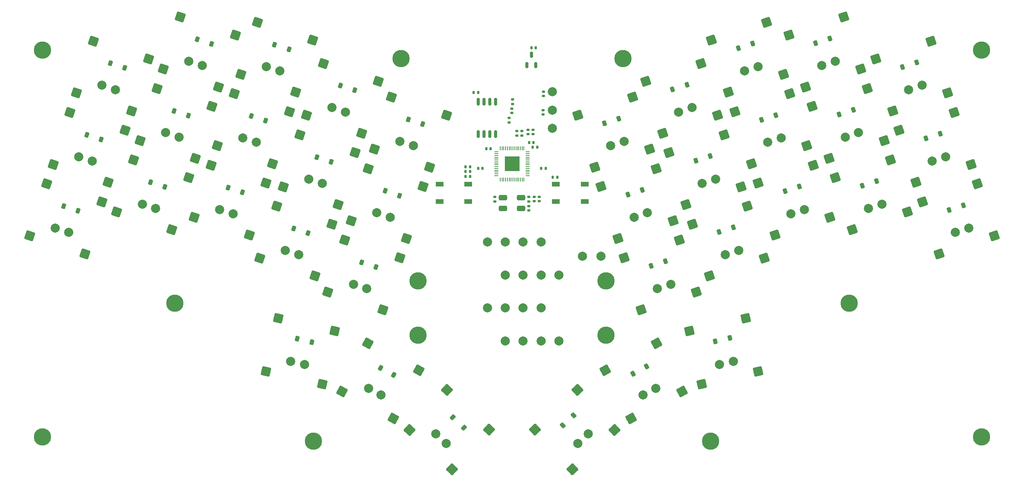
<source format=gbr>
%TF.GenerationSoftware,KiCad,Pcbnew,9.0.6*%
%TF.CreationDate,2025-12-06T20:50:46-05:00*%
%TF.ProjectId,frameortho,6672616d-656f-4727-9468-6f2e6b696361,rev?*%
%TF.SameCoordinates,Original*%
%TF.FileFunction,Soldermask,Top*%
%TF.FilePolarity,Negative*%
%FSLAX46Y46*%
G04 Gerber Fmt 4.6, Leading zero omitted, Abs format (unit mm)*
G04 Created by KiCad (PCBNEW 9.0.6) date 2025-12-06 20:50:46*
%MOMM*%
%LPD*%
G01*
G04 APERTURE LIST*
G04 Aperture macros list*
%AMRoundRect*
0 Rectangle with rounded corners*
0 $1 Rounding radius*
0 $2 $3 $4 $5 $6 $7 $8 $9 X,Y pos of 4 corners*
0 Add a 4 corners polygon primitive as box body*
4,1,4,$2,$3,$4,$5,$6,$7,$8,$9,$2,$3,0*
0 Add four circle primitives for the rounded corners*
1,1,$1+$1,$2,$3*
1,1,$1+$1,$4,$5*
1,1,$1+$1,$6,$7*
1,1,$1+$1,$8,$9*
0 Add four rect primitives between the rounded corners*
20,1,$1+$1,$2,$3,$4,$5,0*
20,1,$1+$1,$4,$5,$6,$7,0*
20,1,$1+$1,$6,$7,$8,$9,0*
20,1,$1+$1,$8,$9,$2,$3,0*%
G04 Aperture macros list end*
%ADD10C,2.000000*%
%ADD11RoundRect,0.250000X-0.945055X-0.481530X0.481530X-0.945055X0.945055X0.481530X-0.481530X0.945055X0*%
%ADD12RoundRect,0.140000X0.140000X0.170000X-0.140000X0.170000X-0.140000X-0.170000X0.140000X-0.170000X0*%
%ADD13RoundRect,0.225000X-0.134877X-0.416003X0.303590X-0.314775X0.134877X0.416003X-0.303590X0.314775X0*%
%ADD14RoundRect,0.225000X-0.329869X-0.287117X0.098106X-0.426175X0.329869X0.287117X-0.098106X0.426175X0*%
%ADD15RoundRect,0.225000X-0.098106X-0.426175X0.329869X-0.287117X0.098106X0.426175X-0.329869X0.287117X0*%
%ADD16RoundRect,0.135000X-0.135000X-0.185000X0.135000X-0.185000X0.135000X0.185000X-0.135000X0.185000X0*%
%ADD17RoundRect,0.250000X-0.650000X-0.350000X0.650000X-0.350000X0.650000X0.350000X-0.650000X0.350000X0*%
%ADD18RoundRect,0.250000X-0.481530X-0.945055X0.945055X-0.481530X0.481530X0.945055X-0.945055X0.481530X0*%
%ADD19C,2.600000*%
%ADD20C,3.800000*%
%ADD21RoundRect,0.140000X-0.140000X-0.170000X0.140000X-0.170000X0.140000X0.170000X-0.140000X0.170000X0*%
%ADD22RoundRect,0.250000X-0.899491X-0.562064X0.562064X-0.899491X0.899491X0.562064X-0.562064X0.899491X0*%
%ADD23RoundRect,0.135000X0.185000X-0.135000X0.185000X0.135000X-0.185000X0.135000X-0.185000X-0.135000X0*%
%ADD24RoundRect,0.140000X-0.170000X0.140000X-0.170000X-0.140000X0.170000X-0.140000X0.170000X0.140000X0*%
%ADD25RoundRect,0.250000X-0.310107X-1.014314X1.014314X-0.310107X0.310107X1.014314X-1.014314X0.310107X0*%
%ADD26RoundRect,0.225000X-0.420304X-0.120808X-0.091195X-0.427707X0.420304X0.120808X0.091195X0.427707X0*%
%ADD27RoundRect,0.225000X-0.022611X-0.436736X0.374715X-0.225474X0.022611X0.436736X-0.374715X0.225474X0*%
%ADD28RoundRect,0.250000X-0.037017X-1.060014X1.060014X-0.037017X0.037017X1.060014X-1.060014X0.037017X0*%
%ADD29R,1.700000X1.000000*%
%ADD30RoundRect,0.135000X0.135000X0.185000X-0.135000X0.185000X-0.135000X-0.185000X0.135000X-0.185000X0*%
%ADD31RoundRect,0.225000X-0.303590X-0.314775X0.134877X-0.416003X0.303590X0.314775X-0.134877X0.416003X0*%
%ADD32RoundRect,0.225000X-0.374715X-0.225474X0.022611X-0.436736X0.374715X0.225474X-0.022611X0.436736X0*%
%ADD33RoundRect,0.050000X-0.387500X-0.050000X0.387500X-0.050000X0.387500X0.050000X-0.387500X0.050000X0*%
%ADD34RoundRect,0.050000X-0.050000X-0.387500X0.050000X-0.387500X0.050000X0.387500X-0.050000X0.387500X0*%
%ADD35R,3.200000X3.200000*%
%ADD36RoundRect,0.250000X-1.014314X-0.310107X0.310107X-1.014314X1.014314X0.310107X-0.310107X1.014314X0*%
%ADD37RoundRect,0.150000X0.150000X-0.512500X0.150000X0.512500X-0.150000X0.512500X-0.150000X-0.512500X0*%
%ADD38RoundRect,0.140000X0.170000X-0.140000X0.170000X0.140000X-0.170000X0.140000X-0.170000X-0.140000X0*%
%ADD39RoundRect,0.225000X0.091195X-0.427707X0.420304X-0.120808X-0.091195X0.427707X-0.420304X0.120808X0*%
%ADD40RoundRect,0.250000X-1.060014X-0.037017X0.037017X-1.060014X1.060014X0.037017X-0.037017X1.060014X0*%
%ADD41RoundRect,0.162500X0.162500X-0.650000X0.162500X0.650000X-0.162500X0.650000X-0.162500X-0.650000X0*%
%ADD42RoundRect,0.250000X-0.562064X-0.899491X0.899491X-0.562064X0.562064X0.899491X-0.899491X0.562064X0*%
G04 APERTURE END LIST*
D10*
%TO.C,S3*%
X158316022Y-93584191D03*
X161264298Y-94542144D03*
D11*
X156423948Y-83874271D03*
X152715744Y-95286949D03*
X168502366Y-87798787D03*
X164794162Y-99211465D03*
%TD*%
D10*
%TO.C,S13*%
X153203827Y-109276631D03*
X156152103Y-110234584D03*
D11*
X151311753Y-99566711D03*
X147603549Y-110979389D03*
X163390171Y-103491227D03*
X159681967Y-114903905D03*
%TD*%
D12*
%TO.C,C1*%
X204797600Y-99263200D03*
X203837600Y-99263200D03*
%TD*%
D13*
%TO.C,D36*%
X256833985Y-153987309D03*
X260049407Y-153244971D03*
%TD*%
D14*
%TO.C,D2*%
X143174743Y-87601212D03*
X146313229Y-88620968D03*
%TD*%
D15*
%TO.C,D28*%
X272079517Y-120951813D03*
X275218003Y-119932057D03*
%TD*%
%TO.C,D9*%
X278825592Y-88404656D03*
X281964078Y-87384900D03*
%TD*%
D10*
%TO.C,S12*%
X136233346Y-108114338D03*
X139181622Y-109072291D03*
D11*
X134341272Y-98404418D03*
X130633068Y-109817096D03*
X146419690Y-102328934D03*
X142711486Y-113741612D03*
%TD*%
D10*
%TO.C,TP6*%
X214670000Y-139377778D03*
%TD*%
%TO.C,S11*%
X117166854Y-113385940D03*
X120115130Y-114343893D03*
D11*
X115274780Y-103676020D03*
X111566576Y-115088698D03*
X127353198Y-107600536D03*
X123644994Y-119013214D03*
%TD*%
D14*
%TO.C,D24*%
X164335218Y-129156874D03*
X167473704Y-130176630D03*
%TD*%
D16*
%TO.C,R5*%
X202055000Y-115595400D03*
X203075000Y-115595400D03*
%TD*%
D10*
%TO.C,S15*%
X182543814Y-125724392D03*
X185492090Y-126682345D03*
D11*
X180651740Y-116014472D03*
X176943536Y-127427150D03*
X192730158Y-119938988D03*
X189021954Y-131351666D03*
%TD*%
D10*
%TO.C,TP11*%
X214670001Y-146608889D03*
%TD*%
D14*
%TO.C,D22*%
X132950353Y-118986076D03*
X136088839Y-120005832D03*
%TD*%
D10*
%TO.C,TP14*%
X214670000Y-153840000D03*
%TD*%
D14*
%TO.C,D14*%
X169447413Y-113464450D03*
X172585899Y-114484206D03*
%TD*%
D17*
%TO.C,Y1*%
X210191600Y-124796400D03*
X214191600Y-124796400D03*
X214191600Y-122396400D03*
X210191600Y-122396400D03*
%TD*%
D10*
%TO.C,S10*%
X299245756Y-98651469D03*
X302194032Y-97693516D03*
D18*
X292007688Y-91908112D03*
X295715892Y-103320790D03*
X304086106Y-87983596D03*
X307794310Y-99396274D03*
%TD*%
D19*
%TO.C,H4*%
X236556331Y-91807292D03*
D20*
X236556331Y-91807292D03*
%TD*%
D10*
%TO.C,TP10*%
X210752500Y-146608889D03*
%TD*%
%TO.C,TP1*%
X206835000Y-132146667D03*
%TD*%
%TO.C,TP9*%
X206835002Y-146608889D03*
%TD*%
D14*
%TO.C,D25*%
X179260821Y-136596147D03*
X182399307Y-137615903D03*
%TD*%
D10*
%TO.C,TP7*%
X218587501Y-139377778D03*
%TD*%
D21*
%TO.C,C9*%
X216766200Y-111328200D03*
X217726200Y-111328200D03*
%TD*%
D10*
%TO.C,S31*%
X163703643Y-158364205D03*
X166724190Y-159061553D03*
D22*
X160972493Y-148856138D03*
X158273081Y-160548579D03*
X173346993Y-151713017D03*
X170647581Y-163405458D03*
%TD*%
D10*
%TO.C,1.1V*%
X221107000Y-99085400D03*
%TD*%
%TO.C,S26*%
X244093203Y-142374786D03*
X247041479Y-141416833D03*
D18*
X236855135Y-135631429D03*
X240563339Y-147044107D03*
X248933553Y-131706913D03*
X252641757Y-143119591D03*
%TD*%
D23*
%TO.C,R3*%
X213316133Y-108732201D03*
X213316133Y-107712201D03*
%TD*%
D10*
%TO.C,S18*%
X268320978Y-110234584D03*
X271269254Y-109276631D03*
D18*
X261082910Y-103491227D03*
X264791114Y-114903905D03*
X273161328Y-99566711D03*
X276869532Y-110979389D03*
%TD*%
D19*
%TO.C,H3*%
X232855135Y-152631429D03*
D20*
X232855135Y-152631429D03*
%TD*%
D10*
%TO.C,TP22*%
X231720000Y-135240000D03*
%TD*%
D24*
%TO.C,C18*%
X219151200Y-99085400D03*
X219151200Y-100045400D03*
%TD*%
D10*
%TO.C,S35*%
X240986931Y-165710411D03*
X243724068Y-164255049D03*
D25*
X232687853Y-160326378D03*
X238321512Y-170921749D03*
X243901288Y-154364089D03*
X249534947Y-164959460D03*
%TD*%
D14*
%TO.C,D4*%
X174559608Y-97772010D03*
X177698094Y-98791766D03*
%TD*%
D26*
%TO.C,D33*%
X199226913Y-170678216D03*
X201640381Y-172928810D03*
%TD*%
D15*
%TO.C,D18*%
X266967306Y-105259389D03*
X270105792Y-104239633D03*
%TD*%
D27*
%TO.C,D35*%
X238789889Y-161045863D03*
X241703617Y-159496607D03*
%TD*%
D10*
%TO.C,S17*%
X253906594Y-119243089D03*
X256854870Y-118285136D03*
D18*
X246668526Y-112499732D03*
X250376730Y-123912410D03*
X258746944Y-108575216D03*
X262455148Y-119987894D03*
%TD*%
D10*
%TO.C,TP4*%
X218587500Y-132146667D03*
%TD*%
%TO.C,S4*%
X172730406Y-102592696D03*
X175678682Y-103550649D03*
D11*
X170838332Y-92882776D03*
X167130128Y-104295454D03*
X182916750Y-96807292D03*
X179208546Y-108219970D03*
%TD*%
D10*
%TO.C,S23*%
X148091632Y-124969055D03*
X151039908Y-125927008D03*
D11*
X146199558Y-115259135D03*
X142491354Y-126671813D03*
X158277976Y-119183651D03*
X154569772Y-130596329D03*
%TD*%
D10*
%TO.C,S34*%
X226674100Y-176388382D03*
X228941297Y-174274187D03*
D28*
X217264317Y-173335764D03*
X225448297Y-182112009D03*
X226552509Y-164674385D03*
X234736489Y-173450630D03*
%TD*%
D10*
%TO.C,S7*%
X248794399Y-103550649D03*
X251742675Y-102592696D03*
D18*
X241556331Y-96807292D03*
X245264535Y-108219970D03*
X253634749Y-92882776D03*
X257342953Y-104295454D03*
%TD*%
D15*
%TO.C,D8*%
X261855111Y-89566949D03*
X264993597Y-88547193D03*
%TD*%
D29*
%TO.C,SW1*%
X228168201Y-123256200D03*
X221868201Y-123256200D03*
X228168201Y-119456200D03*
X221868201Y-119456200D03*
%TD*%
D10*
%TO.C,TP16*%
X222504999Y-153840000D03*
%TD*%
%TO.C,S20*%
X304357951Y-114343893D03*
X307306227Y-113385940D03*
D18*
X297119883Y-107600536D03*
X300828087Y-119013214D03*
X309198301Y-103676020D03*
X312906505Y-115088698D03*
%TD*%
D10*
%TO.C,S25*%
X177431619Y-141416833D03*
X180379895Y-142374786D03*
D11*
X175539545Y-131706913D03*
X171831341Y-143119591D03*
X187617963Y-135631429D03*
X183909759Y-147044107D03*
%TD*%
D14*
%TO.C,D11*%
X118996056Y-108565254D03*
X122134542Y-109585010D03*
%TD*%
D19*
%TO.C,H6*%
X109236540Y-175000000D03*
D20*
X109236540Y-175000000D03*
%TD*%
D19*
%TO.C,H11*%
X191617963Y-140631429D03*
D20*
X191617963Y-140631429D03*
%TD*%
D10*
%TO.C,S30*%
X309470146Y-130036333D03*
X312418422Y-129078380D03*
D18*
X302232078Y-123292976D03*
X305940282Y-134705654D03*
X314310496Y-119368460D03*
X318018700Y-130781138D03*
%TD*%
D19*
%TO.C,H13*%
X109236540Y-90000002D03*
D20*
X109236540Y-90000002D03*
%TD*%
D15*
%TO.C,D16*%
X237627335Y-121707150D03*
X240765821Y-120687394D03*
%TD*%
D10*
%TO.C,S2*%
X141345541Y-92421898D03*
X144293817Y-93379851D03*
D11*
X139453467Y-82711978D03*
X135745263Y-94124656D03*
X151531885Y-86636494D03*
X147823681Y-98049172D03*
%TD*%
D30*
%TO.C,R9*%
X203075000Y-117729000D03*
X202055000Y-117729000D03*
%TD*%
D14*
%TO.C,D15*%
X184373016Y-120903706D03*
X187511502Y-121923462D03*
%TD*%
D21*
%TO.C,C16*%
X216461400Y-89433400D03*
X217421400Y-89433400D03*
%TD*%
D31*
%TO.C,D31*%
X165105733Y-153402437D03*
X168321155Y-154144775D03*
%TD*%
D32*
%TO.C,D32*%
X183387543Y-159825238D03*
X186301271Y-161374494D03*
%TD*%
D23*
%TO.C,R6*%
X215900000Y-123194600D03*
X215900000Y-122174600D03*
%TD*%
D33*
%TO.C,U1*%
X208799040Y-112343500D03*
X208799040Y-112743500D03*
X208799040Y-113143500D03*
X208799040Y-113543500D03*
X208799040Y-113943500D03*
X208799040Y-114343500D03*
X208799040Y-114743500D03*
X208799040Y-115143500D03*
X208799040Y-115543500D03*
X208799040Y-115943500D03*
X208799040Y-116343500D03*
X208799040Y-116743500D03*
X208799040Y-117143500D03*
X208799040Y-117543500D03*
D34*
X209636540Y-118381000D03*
X210036540Y-118381000D03*
X210436540Y-118381000D03*
X210836540Y-118381000D03*
X211236540Y-118381000D03*
X211636540Y-118381000D03*
X212036540Y-118381000D03*
X212436540Y-118381000D03*
X212836540Y-118381000D03*
X213236540Y-118381000D03*
X213636540Y-118381000D03*
X214036540Y-118381000D03*
X214436540Y-118381000D03*
X214836540Y-118381000D03*
D33*
X215674040Y-117543500D03*
X215674040Y-117143500D03*
X215674040Y-116743500D03*
X215674040Y-116343500D03*
X215674040Y-115943500D03*
X215674040Y-115543500D03*
X215674040Y-115143500D03*
X215674040Y-114743500D03*
X215674040Y-114343500D03*
X215674040Y-113943500D03*
X215674040Y-113543500D03*
X215674040Y-113143500D03*
X215674040Y-112743500D03*
X215674040Y-112343500D03*
D34*
X214836540Y-111506000D03*
X214436540Y-111506000D03*
X214036540Y-111506000D03*
X213636540Y-111506000D03*
X213236540Y-111506000D03*
X212836540Y-111506000D03*
X212436540Y-111506000D03*
X212036540Y-111506000D03*
X211636540Y-111506000D03*
X211236540Y-111506000D03*
X210836540Y-111506000D03*
X210436540Y-111506000D03*
X210036540Y-111506000D03*
X209636540Y-111506000D03*
D35*
X212236540Y-114943500D03*
%TD*%
D12*
%TO.C,C5*%
X207515400Y-111658400D03*
X206555400Y-111658400D03*
%TD*%
D10*
%TO.C,TP15*%
X218587498Y-153840000D03*
%TD*%
%TO.C,S32*%
X180749029Y-164255049D03*
X183486166Y-165710411D03*
D36*
X180571809Y-154364089D03*
X174938150Y-164959460D03*
X191785244Y-160326378D03*
X186151585Y-170921749D03*
%TD*%
D10*
%TO.C,TP12*%
X218587501Y-146608889D03*
%TD*%
D15*
%TO.C,D20*%
X303004279Y-109368698D03*
X306142765Y-108348942D03*
%TD*%
%TO.C,D17*%
X252552922Y-114267894D03*
X255691408Y-113248138D03*
%TD*%
D10*
%TO.C,3.3V*%
X221107000Y-103135400D03*
%TD*%
D37*
%TO.C,U3*%
X215518999Y-93218000D03*
X217418999Y-93218000D03*
X216468999Y-90943000D03*
%TD*%
D10*
%TO.C,S16*%
X238981007Y-126682345D03*
X241929283Y-125724392D03*
D18*
X231742939Y-119938988D03*
X235451143Y-131351666D03*
X243821357Y-116014472D03*
X247529561Y-127427150D03*
%TD*%
D38*
%TO.C,C7*%
X212150000Y-103790000D03*
X212150000Y-102830000D03*
%TD*%
D24*
%TO.C,C17*%
X219024200Y-103149400D03*
X219024200Y-104109400D03*
%TD*%
D10*
%TO.C,TP5*%
X210752500Y-139377778D03*
%TD*%
%TO.C,S22*%
X131121151Y-123806762D03*
X134069427Y-124764715D03*
D11*
X129229077Y-114096842D03*
X125520873Y-125509520D03*
X141307495Y-118021358D03*
X137599291Y-129434036D03*
%TD*%
D38*
%TO.C,C12*%
X211570000Y-105839200D03*
X211570000Y-104879200D03*
%TD*%
D39*
%TO.C,D34*%
X223344647Y-172451411D03*
X225758115Y-170200817D03*
%TD*%
D21*
%TO.C,C10*%
X215978800Y-110261400D03*
X216938800Y-110261400D03*
%TD*%
D38*
%TO.C,C3*%
X212318600Y-101775200D03*
X212318600Y-100815200D03*
%TD*%
D14*
%TO.C,D21*%
X113883861Y-124257694D03*
X117022347Y-125277450D03*
%TD*%
%TO.C,D13*%
X155033029Y-104455945D03*
X158171515Y-105475701D03*
%TD*%
D10*
%TO.C,TP2*%
X210752500Y-132146667D03*
%TD*%
D24*
%TO.C,C14*%
X208483200Y-122234599D03*
X208483200Y-123194599D03*
%TD*%
D16*
%TO.C,R7*%
X221157799Y-117856000D03*
X222177799Y-117856000D03*
%TD*%
D12*
%TO.C,C4*%
X205765400Y-115943500D03*
X204805400Y-115943500D03*
%TD*%
D19*
%TO.C,H2*%
X187916750Y-91807292D03*
D20*
X187916750Y-91807292D03*
%TD*%
D14*
%TO.C,D23*%
X149920834Y-120148369D03*
X153059320Y-121168125D03*
%TD*%
D19*
%TO.C,H5*%
X138273081Y-145548579D03*
D20*
X138273081Y-145548579D03*
%TD*%
D10*
%TO.C,TP21*%
X227669998Y-135240000D03*
%TD*%
D19*
%TO.C,H12*%
X232855135Y-140631429D03*
D20*
X232855135Y-140631429D03*
%TD*%
D10*
%TO.C,S27*%
X259018806Y-134935513D03*
X261967082Y-133977560D03*
D18*
X251780738Y-128192156D03*
X255488942Y-139604834D03*
X263859156Y-124267640D03*
X267567360Y-135680318D03*
%TD*%
D23*
%TO.C,R4*%
X214409866Y-108724401D03*
X214409866Y-107704401D03*
%TD*%
D14*
%TO.C,D3*%
X160145224Y-88763505D03*
X163283710Y-89783261D03*
%TD*%
D10*
%TO.C,S24*%
X162506016Y-133977560D03*
X165454292Y-134935513D03*
D11*
X160613942Y-124267640D03*
X156905738Y-135680318D03*
X172692360Y-128192156D03*
X168984156Y-139604834D03*
%TD*%
D10*
%TO.C,S6*%
X233868796Y-110989904D03*
X236817072Y-110031951D03*
D18*
X226630728Y-104246547D03*
X230338932Y-115659225D03*
X238709146Y-100322031D03*
X242417350Y-111734709D03*
%TD*%
D10*
%TO.C,TP8*%
X222504999Y-139377778D03*
%TD*%
D15*
%TO.C,D26*%
X242739531Y-137399591D03*
X245878017Y-136379835D03*
%TD*%
D10*
%TO.C,S8*%
X263208783Y-94542144D03*
X266157059Y-93584191D03*
D18*
X255970715Y-87798787D03*
X259678919Y-99211465D03*
X268049133Y-83874271D03*
X271757337Y-95286949D03*
%TD*%
D29*
%TO.C,SW2*%
X202616599Y-123256200D03*
X196316599Y-123256200D03*
X202616599Y-119456200D03*
X196316599Y-119456200D03*
%TD*%
D38*
%TO.C,C11*%
X215766067Y-108412400D03*
X215766067Y-107452400D03*
%TD*%
D19*
%TO.C,H9*%
X315236540Y-175000000D03*
D20*
X315236540Y-175000000D03*
%TD*%
D15*
%TO.C,D10*%
X297892084Y-93676274D03*
X301030570Y-92656518D03*
%TD*%
D10*
%TO.C,S9*%
X280179264Y-93379851D03*
X283127540Y-92421898D03*
D18*
X272941196Y-86636494D03*
X276649400Y-98049172D03*
X285019614Y-82711978D03*
X288727818Y-94124656D03*
%TD*%
D19*
%TO.C,H5*%
X286200000Y-145548579D03*
D20*
X286200000Y-145548579D03*
%TD*%
D10*
%TO.C,TP13*%
X210752500Y-153840000D03*
%TD*%
D38*
%TO.C,C2*%
X216839800Y-108404600D03*
X216839800Y-107444600D03*
%TD*%
%TO.C,C15*%
X215900000Y-125168600D03*
X215900000Y-124208600D03*
%TD*%
D19*
%TO.C,H8*%
X255821512Y-175921749D03*
D20*
X255821512Y-175921749D03*
%TD*%
D10*
%TO.C,GND*%
X221107000Y-107185400D03*
%TD*%
%TO.C,S28*%
X273433189Y-125927008D03*
X276381465Y-124969055D03*
D18*
X266195121Y-119183651D03*
X269903325Y-130596329D03*
X278273539Y-115259135D03*
X281981743Y-126671813D03*
%TD*%
D10*
%TO.C,S14*%
X167618211Y-118285136D03*
X170566487Y-119243089D03*
D11*
X165726137Y-108575216D03*
X162017933Y-119987894D03*
X177804555Y-112499732D03*
X174096351Y-123912410D03*
%TD*%
D19*
%TO.C,H7*%
X168651585Y-175921749D03*
D20*
X168651585Y-175921749D03*
%TD*%
D10*
%TO.C,TP3*%
X214670000Y-132146667D03*
%TD*%
D24*
%TO.C,C6*%
X217060700Y-122202000D03*
X217060700Y-123162000D03*
%TD*%
D30*
%TO.C,R8*%
X203075000Y-116662200D03*
X202055000Y-116662200D03*
%TD*%
D10*
%TO.C,S5*%
X187656009Y-110031951D03*
X190604285Y-110989904D03*
D11*
X185763935Y-100322031D03*
X182055731Y-111734709D03*
X197842353Y-104246547D03*
X194134149Y-115659225D03*
%TD*%
D15*
%TO.C,D7*%
X247440727Y-98575454D03*
X250579213Y-97555698D03*
%TD*%
D10*
%TO.C,S33*%
X195531784Y-174274187D03*
X197798981Y-176388382D03*
D40*
X197920572Y-164674385D03*
X189736592Y-173450630D03*
X207208764Y-173335764D03*
X199024784Y-182112009D03*
%TD*%
D41*
%TO.C,U2*%
X204800200Y-108438700D03*
X206070200Y-108438700D03*
X207340200Y-108438700D03*
X208610200Y-108438700D03*
X208610200Y-101263700D03*
X207340200Y-101263700D03*
X206070200Y-101263700D03*
X204800200Y-101263700D03*
%TD*%
D15*
%TO.C,D27*%
X257665134Y-129960318D03*
X260803620Y-128940562D03*
%TD*%
D19*
%TO.C,H10*%
X315236540Y-90000000D03*
D20*
X315236540Y-90000000D03*
%TD*%
D10*
%TO.C,S29*%
X290403670Y-124764715D03*
X293351946Y-123806762D03*
D18*
X283165602Y-118021358D03*
X286873806Y-129434036D03*
X295244020Y-114096842D03*
X298952224Y-125509520D03*
%TD*%
D10*
%TO.C,S21*%
X112054659Y-129078380D03*
X115002935Y-130036333D03*
D11*
X110162585Y-119368460D03*
X106454381Y-130781138D03*
X122241003Y-123292976D03*
X118532799Y-134705654D03*
%TD*%
D15*
%TO.C,D30*%
X308116474Y-125061138D03*
X311254960Y-124041382D03*
%TD*%
D14*
%TO.C,D5*%
X189485211Y-105211265D03*
X192623697Y-106231021D03*
%TD*%
D10*
%TO.C,S1*%
X122279065Y-97693516D03*
X125227341Y-98651469D03*
D11*
X120386991Y-87983596D03*
X116678787Y-99396274D03*
X132465409Y-91908112D03*
X128757205Y-103320790D03*
%TD*%
D24*
%TO.C,C13*%
X218211400Y-122202000D03*
X218211400Y-123162000D03*
%TD*%
D15*
%TO.C,D19*%
X283937803Y-104097096D03*
X287076289Y-103077340D03*
%TD*%
D10*
%TO.C,S36*%
X257748891Y-159061553D03*
X260769438Y-158364205D03*
D42*
X251126088Y-151713017D03*
X253825500Y-163405458D03*
X263500588Y-148856138D03*
X266200000Y-160548579D03*
%TD*%
D19*
%TO.C,H1*%
X191617963Y-152631429D03*
D20*
X191617963Y-152631429D03*
%TD*%
D21*
%TO.C,C8*%
X218645800Y-115943500D03*
X219605800Y-115943500D03*
%TD*%
D14*
%TO.C,D1*%
X124108267Y-92872830D03*
X127246753Y-93892586D03*
%TD*%
D15*
%TO.C,D6*%
X232515124Y-106014709D03*
X235653610Y-104994953D03*
%TD*%
%TO.C,D29*%
X289049998Y-119789520D03*
X292188484Y-118769764D03*
%TD*%
D14*
%TO.C,D12*%
X138062548Y-103293652D03*
X141201034Y-104313408D03*
%TD*%
D10*
%TO.C,S19*%
X285291475Y-109072291D03*
X288239751Y-108114338D03*
D18*
X278053407Y-102328934D03*
X281761611Y-113741612D03*
X290131825Y-98404418D03*
X293840029Y-109817096D03*
%TD*%
M02*

</source>
